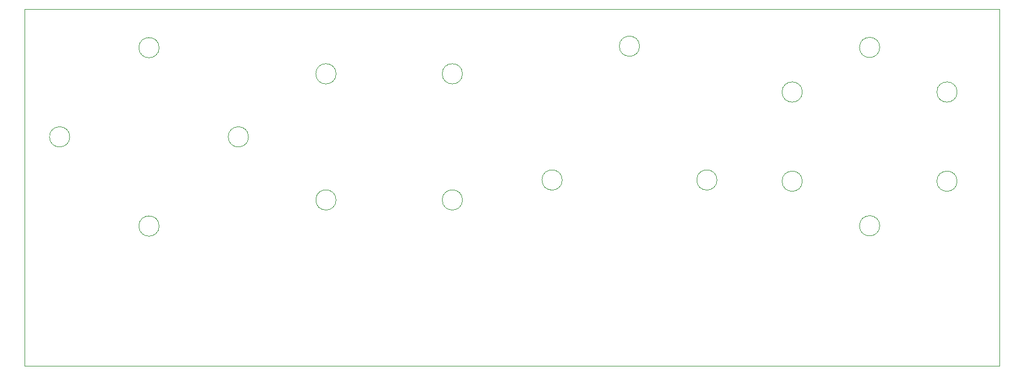
<source format=gm1>
G04 #@! TF.GenerationSoftware,KiCad,Pcbnew,(6.0.5)*
G04 #@! TF.CreationDate,2022-07-10T09:17:23-07:00*
G04 #@! TF.ProjectId,micro-motor-proto-01,6d696372-6f2d-46d6-9f74-6f722d70726f,rev?*
G04 #@! TF.SameCoordinates,Original*
G04 #@! TF.FileFunction,Profile,NP*
%FSLAX46Y46*%
G04 Gerber Fmt 4.6, Leading zero omitted, Abs format (unit mm)*
G04 Created by KiCad (PCBNEW (6.0.5)) date 2022-07-10 09:17:23*
%MOMM*%
%LPD*%
G01*
G04 APERTURE LIST*
G04 #@! TA.AperFunction,Profile*
%ADD10C,0.100000*%
G04 #@! TD*
G04 APERTURE END LIST*
D10*
X174250000Y-84000000D02*
X29750000Y-84000000D01*
X29750000Y-84000000D02*
X29750000Y-31000000D01*
X29750000Y-31000000D02*
X174250000Y-31000000D01*
X174250000Y-31000000D02*
X174250000Y-84000000D01*
X156499999Y-63211658D02*
G75*
G03*
X156499999Y-63211658I-1500000J0D01*
G01*
X167974836Y-56586658D02*
G75*
G03*
X167974836Y-56586658I-1500000J0D01*
G01*
X75904275Y-59369165D02*
G75*
G03*
X75904275Y-59369165I-1500001J0D01*
G01*
X62923552Y-49998615D02*
G75*
G03*
X62923552Y-49998615I-1499999J0D01*
G01*
X94642603Y-40630835D02*
G75*
G03*
X94642603Y-40630835I-1499999J0D01*
G01*
X156499999Y-36711658D02*
G75*
G03*
X156499999Y-36711658I-1500000J0D01*
G01*
X75904274Y-40630835D02*
G75*
G03*
X75904274Y-40630835I-1500000J0D01*
G01*
X167974836Y-43336658D02*
G75*
G03*
X167974836Y-43336658I-1500000J0D01*
G01*
X49673553Y-63248616D02*
G75*
G03*
X49673553Y-63248616I-1500000J0D01*
G01*
X132374950Y-56406242D02*
G75*
G03*
X132374950Y-56406242I-1500002J0D01*
G01*
X94642605Y-59369165D02*
G75*
G03*
X94642605Y-59369165I-1500001J0D01*
G01*
X120900112Y-36531241D02*
G75*
G03*
X120900112Y-36531241I-1500001J0D01*
G01*
X36423552Y-49998615D02*
G75*
G03*
X36423552Y-49998615I-1500000J0D01*
G01*
X109425274Y-56406240D02*
G75*
G03*
X109425274Y-56406240I-1500000J0D01*
G01*
X145025162Y-56586658D02*
G75*
G03*
X145025162Y-56586658I-1500000J0D01*
G01*
X145025162Y-43336658D02*
G75*
G03*
X145025162Y-43336658I-1500000J0D01*
G01*
X49673553Y-36748615D02*
G75*
G03*
X49673553Y-36748615I-1500000J0D01*
G01*
M02*

</source>
